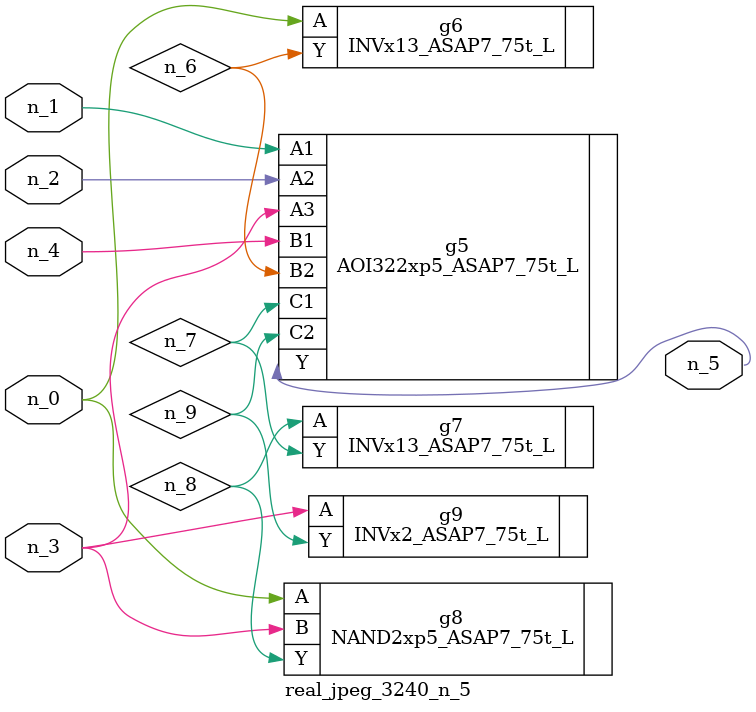
<source format=v>
module real_jpeg_3240_n_5 (n_4, n_0, n_1, n_2, n_3, n_5);

input n_4;
input n_0;
input n_1;
input n_2;
input n_3;

output n_5;

wire n_8;
wire n_6;
wire n_7;
wire n_9;

INVx13_ASAP7_75t_L g6 ( 
.A(n_0),
.Y(n_6)
);

NAND2xp5_ASAP7_75t_L g8 ( 
.A(n_0),
.B(n_3),
.Y(n_8)
);

AOI322xp5_ASAP7_75t_L g5 ( 
.A1(n_1),
.A2(n_2),
.A3(n_3),
.B1(n_4),
.B2(n_6),
.C1(n_7),
.C2(n_9),
.Y(n_5)
);

INVx2_ASAP7_75t_L g9 ( 
.A(n_3),
.Y(n_9)
);

INVx13_ASAP7_75t_L g7 ( 
.A(n_8),
.Y(n_7)
);


endmodule
</source>
